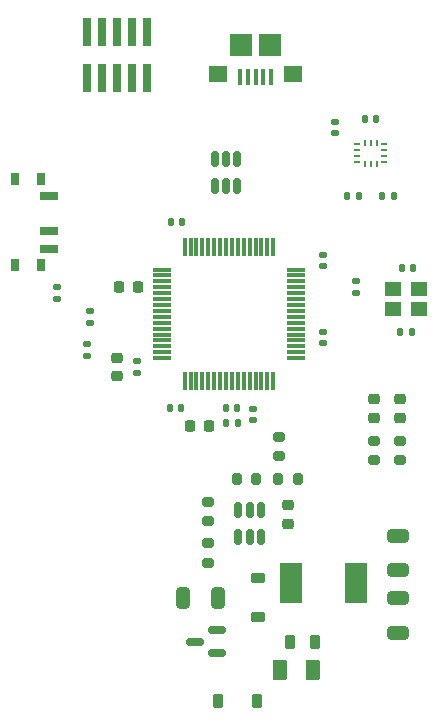
<source format=gtp>
%TF.GenerationSoftware,KiCad,Pcbnew,8.0.5*%
%TF.CreationDate,2024-11-09T23:36:57+01:00*%
%TF.ProjectId,STM32 Development Board,53544d33-3220-4446-9576-656c6f706d65,rev?*%
%TF.SameCoordinates,Original*%
%TF.FileFunction,Paste,Top*%
%TF.FilePolarity,Positive*%
%FSLAX46Y46*%
G04 Gerber Fmt 4.6, Leading zero omitted, Abs format (unit mm)*
G04 Created by KiCad (PCBNEW 8.0.5) date 2024-11-09 23:36:57*
%MOMM*%
%LPD*%
G01*
G04 APERTURE LIST*
G04 Aperture macros list*
%AMRoundRect*
0 Rectangle with rounded corners*
0 $1 Rounding radius*
0 $2 $3 $4 $5 $6 $7 $8 $9 X,Y pos of 4 corners*
0 Add a 4 corners polygon primitive as box body*
4,1,4,$2,$3,$4,$5,$6,$7,$8,$9,$2,$3,0*
0 Add four circle primitives for the rounded corners*
1,1,$1+$1,$2,$3*
1,1,$1+$1,$4,$5*
1,1,$1+$1,$6,$7*
1,1,$1+$1,$8,$9*
0 Add four rect primitives between the rounded corners*
20,1,$1+$1,$2,$3,$4,$5,0*
20,1,$1+$1,$4,$5,$6,$7,0*
20,1,$1+$1,$6,$7,$8,$9,0*
20,1,$1+$1,$8,$9,$2,$3,0*%
G04 Aperture macros list end*
%ADD10R,0.400000X1.350000*%
%ADD11R,1.600000X1.400000*%
%ADD12R,1.900000X1.900000*%
%ADD13RoundRect,0.225000X0.250000X-0.225000X0.250000X0.225000X-0.250000X0.225000X-0.250000X-0.225000X0*%
%ADD14RoundRect,0.250000X0.650000X-0.325000X0.650000X0.325000X-0.650000X0.325000X-0.650000X-0.325000X0*%
%ADD15RoundRect,0.140000X-0.170000X0.140000X-0.170000X-0.140000X0.170000X-0.140000X0.170000X0.140000X0*%
%ADD16R,0.475000X0.250000*%
%ADD17R,0.250000X0.475000*%
%ADD18RoundRect,0.135000X-0.135000X-0.185000X0.135000X-0.185000X0.135000X0.185000X-0.135000X0.185000X0*%
%ADD19RoundRect,0.225000X0.225000X0.375000X-0.225000X0.375000X-0.225000X-0.375000X0.225000X-0.375000X0*%
%ADD20R,1.850000X3.400000*%
%ADD21RoundRect,0.200000X-0.275000X0.200000X-0.275000X-0.200000X0.275000X-0.200000X0.275000X0.200000X0*%
%ADD22RoundRect,0.140000X0.140000X0.170000X-0.140000X0.170000X-0.140000X-0.170000X0.140000X-0.170000X0*%
%ADD23RoundRect,0.225000X-0.375000X0.225000X-0.375000X-0.225000X0.375000X-0.225000X0.375000X0.225000X0*%
%ADD24RoundRect,0.135000X0.135000X0.185000X-0.135000X0.185000X-0.135000X-0.185000X0.135000X-0.185000X0*%
%ADD25RoundRect,0.225000X0.225000X0.250000X-0.225000X0.250000X-0.225000X-0.250000X0.225000X-0.250000X0*%
%ADD26RoundRect,0.140000X0.170000X-0.140000X0.170000X0.140000X-0.170000X0.140000X-0.170000X-0.140000X0*%
%ADD27RoundRect,0.200000X0.275000X-0.200000X0.275000X0.200000X-0.275000X0.200000X-0.275000X-0.200000X0*%
%ADD28R,1.400000X1.200000*%
%ADD29RoundRect,0.218750X-0.218750X-0.381250X0.218750X-0.381250X0.218750X0.381250X-0.218750X0.381250X0*%
%ADD30RoundRect,0.135000X-0.185000X0.135000X-0.185000X-0.135000X0.185000X-0.135000X0.185000X0.135000X0*%
%ADD31RoundRect,0.200000X-0.200000X-0.275000X0.200000X-0.275000X0.200000X0.275000X-0.200000X0.275000X0*%
%ADD32RoundRect,0.150000X-0.150000X0.512500X-0.150000X-0.512500X0.150000X-0.512500X0.150000X0.512500X0*%
%ADD33RoundRect,0.150000X0.587500X0.150000X-0.587500X0.150000X-0.587500X-0.150000X0.587500X-0.150000X0*%
%ADD34RoundRect,0.250000X0.325000X0.650000X-0.325000X0.650000X-0.325000X-0.650000X0.325000X-0.650000X0*%
%ADD35R,0.740000X2.400000*%
%ADD36RoundRect,0.250000X-0.650000X0.325000X-0.650000X-0.325000X0.650000X-0.325000X0.650000X0.325000X0*%
%ADD37RoundRect,0.225000X-0.250000X0.225000X-0.250000X-0.225000X0.250000X-0.225000X0.250000X0.225000X0*%
%ADD38R,0.800000X1.000000*%
%ADD39R,1.500000X0.700000*%
%ADD40RoundRect,0.218750X0.256250X-0.218750X0.256250X0.218750X-0.256250X0.218750X-0.256250X-0.218750X0*%
%ADD41RoundRect,0.250000X0.375000X0.625000X-0.375000X0.625000X-0.375000X-0.625000X0.375000X-0.625000X0*%
%ADD42RoundRect,0.135000X0.185000X-0.135000X0.185000X0.135000X-0.185000X0.135000X-0.185000X-0.135000X0*%
%ADD43RoundRect,0.140000X-0.140000X-0.170000X0.140000X-0.170000X0.140000X0.170000X-0.140000X0.170000X0*%
%ADD44RoundRect,0.075000X0.075000X-0.700000X0.075000X0.700000X-0.075000X0.700000X-0.075000X-0.700000X0*%
%ADD45RoundRect,0.075000X0.700000X-0.075000X0.700000X0.075000X-0.700000X0.075000X-0.700000X-0.075000X0*%
%ADD46RoundRect,0.147500X0.172500X-0.147500X0.172500X0.147500X-0.172500X0.147500X-0.172500X-0.147500X0*%
G04 APERTURE END LIST*
D10*
%TO.C,J2*%
X58800000Y-70675000D03*
X58150000Y-70675000D03*
X57500000Y-70675000D03*
X56850000Y-70675000D03*
X56200000Y-70675000D03*
D11*
X60700000Y-70450000D03*
X54300000Y-70450000D03*
D12*
X56300000Y-68000000D03*
X58700000Y-68000000D03*
%TD*%
D13*
%TO.C,C16*%
X60250000Y-108525000D03*
X60250000Y-106975000D03*
%TD*%
D14*
%TO.C,C14*%
X69600000Y-112475000D03*
X69600000Y-109525000D03*
%TD*%
D15*
%TO.C,C7*%
X47500000Y-94770000D03*
X47500000Y-95730000D03*
%TD*%
D16*
%TO.C,U4*%
X68412500Y-77912500D03*
X68412500Y-77412500D03*
X68412500Y-76912500D03*
X68412500Y-76412500D03*
D17*
X67750000Y-76250000D03*
X67250000Y-76250000D03*
X66750000Y-76250000D03*
D16*
X66087500Y-76412500D03*
X66087500Y-76912500D03*
X66087500Y-77412500D03*
X66087500Y-77912500D03*
D17*
X66750000Y-78075000D03*
X67250000Y-78075000D03*
X67750000Y-78075000D03*
%TD*%
D18*
%TO.C,R13*%
X68240000Y-80750000D03*
X69260000Y-80750000D03*
%TD*%
D19*
%TO.C,D2*%
X57650000Y-123500000D03*
X54350000Y-123500000D03*
%TD*%
D20*
%TO.C,L2*%
X60475000Y-113500000D03*
X66025000Y-113500000D03*
%TD*%
D21*
%TO.C,R3*%
X53500000Y-106675000D03*
X53500000Y-108325000D03*
%TD*%
D22*
%TO.C,C18*%
X67730000Y-74250000D03*
X66770000Y-74250000D03*
%TD*%
D23*
%TO.C,D3*%
X57750000Y-113100000D03*
X57750000Y-116400000D03*
%TD*%
D24*
%TO.C,R12*%
X66260000Y-80750000D03*
X65240000Y-80750000D03*
%TD*%
D21*
%TO.C,R8*%
X59500000Y-101175000D03*
X59500000Y-102825000D03*
%TD*%
D25*
%TO.C,C4*%
X47525000Y-88500000D03*
X45975000Y-88500000D03*
%TD*%
D26*
%TO.C,C17*%
X64250000Y-75480000D03*
X64250000Y-74520000D03*
%TD*%
D22*
%TO.C,C10*%
X55960000Y-98750000D03*
X55000000Y-98750000D03*
%TD*%
%TO.C,C13*%
X70830000Y-86900000D03*
X69870000Y-86900000D03*
%TD*%
D21*
%TO.C,R4*%
X53500000Y-110175000D03*
X53500000Y-111825000D03*
%TD*%
D27*
%TO.C,R1*%
X69770000Y-103150000D03*
X69770000Y-101500000D03*
%TD*%
D28*
%TO.C,Y1*%
X69150000Y-90350000D03*
X71350000Y-90350000D03*
X71350000Y-88650000D03*
X69150000Y-88650000D03*
%TD*%
D29*
%TO.C,FB1*%
X60437500Y-118500000D03*
X62562500Y-118500000D03*
%TD*%
D30*
%TO.C,R2*%
X43500000Y-90490000D03*
X43500000Y-91510000D03*
%TD*%
D31*
%TO.C,R10*%
X59425000Y-104750000D03*
X61075000Y-104750000D03*
%TD*%
D27*
%TO.C,R11*%
X67500000Y-103150000D03*
X67500000Y-101500000D03*
%TD*%
D32*
%TO.C,U3*%
X55950000Y-77612500D03*
X55000000Y-77612500D03*
X54050000Y-77612500D03*
X54050000Y-79887500D03*
X55000000Y-79887500D03*
X55950000Y-79887500D03*
%TD*%
%TO.C,U2*%
X57950000Y-107362500D03*
X57000000Y-107362500D03*
X56050000Y-107362500D03*
X56050000Y-109637500D03*
X57000000Y-109637500D03*
X57950000Y-109637500D03*
%TD*%
D26*
%TO.C,C9*%
X63250000Y-86730000D03*
X63250000Y-85770000D03*
%TD*%
D33*
%TO.C,Q1*%
X54250000Y-119450000D03*
X54250000Y-117550000D03*
X52375000Y-118500000D03*
%TD*%
D34*
%TO.C,C8*%
X54300000Y-114837500D03*
X51350000Y-114837500D03*
%TD*%
D22*
%TO.C,C6*%
X51280000Y-83000000D03*
X50320000Y-83000000D03*
%TD*%
D35*
%TO.C,J4*%
X48290000Y-66850000D03*
X48290000Y-70750000D03*
X47020000Y-66850000D03*
X47020000Y-70750000D03*
X45750000Y-66850000D03*
X45750000Y-70750000D03*
X44480000Y-66850000D03*
X44480000Y-70750000D03*
X43210000Y-66850000D03*
X43210000Y-70750000D03*
%TD*%
D22*
%TO.C,C5*%
X51230000Y-98750000D03*
X50270000Y-98750000D03*
%TD*%
D36*
%TO.C,C15*%
X69600000Y-114825000D03*
X69600000Y-117775000D03*
%TD*%
D37*
%TO.C,C1*%
X45750000Y-94495000D03*
X45750000Y-96045000D03*
%TD*%
D38*
%TO.C,SW1*%
X39360000Y-79350000D03*
X37150000Y-79350000D03*
X39360000Y-86650000D03*
X37150000Y-86650000D03*
D39*
X40010000Y-80750000D03*
X40010000Y-83750000D03*
X40010000Y-85250000D03*
%TD*%
D40*
%TO.C,D1*%
X69750000Y-99575000D03*
X69750000Y-98000000D03*
%TD*%
D41*
%TO.C,F1*%
X62400000Y-120887500D03*
X59600000Y-120887500D03*
%TD*%
D40*
%TO.C,D4*%
X67500000Y-99575000D03*
X67500000Y-98000000D03*
%TD*%
D42*
%TO.C,R6*%
X43250000Y-94310000D03*
X43250000Y-93290000D03*
%TD*%
D43*
%TO.C,C11*%
X69770000Y-92250000D03*
X70730000Y-92250000D03*
%TD*%
D31*
%TO.C,R9*%
X55925000Y-104750000D03*
X57575000Y-104750000D03*
%TD*%
D42*
%TO.C,R7*%
X66000000Y-89010000D03*
X66000000Y-87990000D03*
%TD*%
D25*
%TO.C,C2*%
X53525000Y-100250000D03*
X51975000Y-100250000D03*
%TD*%
D30*
%TO.C,R5*%
X40700000Y-88490000D03*
X40700000Y-89510000D03*
%TD*%
D44*
%TO.C,U1*%
X51500000Y-96425000D03*
X52000000Y-96425000D03*
X52500000Y-96425000D03*
X53000000Y-96425000D03*
X53500000Y-96425000D03*
X54000000Y-96425000D03*
X54500000Y-96425000D03*
X55000000Y-96425000D03*
X55500000Y-96425000D03*
X56000000Y-96425000D03*
X56500000Y-96425000D03*
X57000000Y-96425000D03*
X57500000Y-96425000D03*
X58000000Y-96425000D03*
X58500000Y-96425000D03*
X59000000Y-96425000D03*
D45*
X60925000Y-94500000D03*
X60925000Y-94000000D03*
X60925000Y-93500000D03*
X60925000Y-93000000D03*
X60925000Y-92500000D03*
X60925000Y-92000000D03*
X60925000Y-91500000D03*
X60925000Y-91000000D03*
X60925000Y-90500000D03*
X60925000Y-90000000D03*
X60925000Y-89500000D03*
X60925000Y-89000000D03*
X60925000Y-88500000D03*
X60925000Y-88000000D03*
X60925000Y-87500000D03*
X60925000Y-87000000D03*
D44*
X59000000Y-85075000D03*
X58500000Y-85075000D03*
X58000000Y-85075000D03*
X57500000Y-85075000D03*
X57000000Y-85075000D03*
X56500000Y-85075000D03*
X56000000Y-85075000D03*
X55500000Y-85075000D03*
X55000000Y-85075000D03*
X54500000Y-85075000D03*
X54000000Y-85075000D03*
X53500000Y-85075000D03*
X53000000Y-85075000D03*
X52500000Y-85075000D03*
X52000000Y-85075000D03*
X51500000Y-85075000D03*
D45*
X49575000Y-87000000D03*
X49575000Y-87500000D03*
X49575000Y-88000000D03*
X49575000Y-88500000D03*
X49575000Y-89000000D03*
X49575000Y-89500000D03*
X49575000Y-90000000D03*
X49575000Y-90500000D03*
X49575000Y-91000000D03*
X49575000Y-91500000D03*
X49575000Y-92000000D03*
X49575000Y-92500000D03*
X49575000Y-93000000D03*
X49575000Y-93500000D03*
X49575000Y-94000000D03*
X49575000Y-94500000D03*
%TD*%
D46*
%TO.C,L1*%
X57250000Y-99735000D03*
X57250000Y-98765000D03*
%TD*%
D26*
%TO.C,C3*%
X63250000Y-93230000D03*
X63250000Y-92270000D03*
%TD*%
D22*
%TO.C,C12*%
X55980000Y-100000000D03*
X55020000Y-100000000D03*
%TD*%
M02*

</source>
